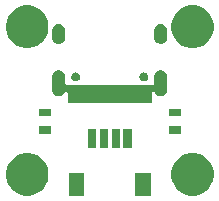
<source format=gts>
G04 #@! TF.GenerationSoftware,KiCad,Pcbnew,(5.0.2)-1*
G04 #@! TF.CreationDate,2019-03-19T21:51:34-07:00*
G04 #@! TF.ProjectId,Unified-Daughterboard,556e6966-6965-4642-9d44-617567687465,rev?*
G04 #@! TF.SameCoordinates,Original*
G04 #@! TF.FileFunction,Soldermask,Top*
G04 #@! TF.FilePolarity,Negative*
%FSLAX46Y46*%
G04 Gerber Fmt 4.6, Leading zero omitted, Abs format (unit mm)*
G04 Created by KiCad (PCBNEW (5.0.2)-1) date 3/19/2019 9:51:34 PM*
%MOMM*%
%LPD*%
G01*
G04 APERTURE LIST*
%ADD10C,0.100000*%
G04 APERTURE END LIST*
D10*
G36*
X36851000Y-46301000D02*
X35549000Y-46301000D01*
X35549000Y-44399000D01*
X36851000Y-44399000D01*
X36851000Y-46301000D01*
X36851000Y-46301000D01*
G37*
G36*
X32525331Y-42768211D02*
X32853092Y-42903974D01*
X33148073Y-43101074D01*
X33398926Y-43351927D01*
X33596026Y-43646908D01*
X33731789Y-43974669D01*
X33801000Y-44322616D01*
X33801000Y-44677384D01*
X33731789Y-45025331D01*
X33596026Y-45353092D01*
X33398926Y-45648073D01*
X33148073Y-45898926D01*
X32853092Y-46096026D01*
X32525331Y-46231789D01*
X32177384Y-46301000D01*
X31822616Y-46301000D01*
X31474669Y-46231789D01*
X31146908Y-46096026D01*
X30851927Y-45898926D01*
X30601074Y-45648073D01*
X30403974Y-45353092D01*
X30268211Y-45025331D01*
X30199000Y-44677384D01*
X30199000Y-44322616D01*
X30268211Y-43974669D01*
X30403974Y-43646908D01*
X30601074Y-43351927D01*
X30851927Y-43101074D01*
X31146908Y-42903974D01*
X31474669Y-42768211D01*
X31822616Y-42699000D01*
X32177384Y-42699000D01*
X32525331Y-42768211D01*
X32525331Y-42768211D01*
G37*
G36*
X46525331Y-42768211D02*
X46853092Y-42903974D01*
X47148073Y-43101074D01*
X47398926Y-43351927D01*
X47596026Y-43646908D01*
X47731789Y-43974669D01*
X47801000Y-44322616D01*
X47801000Y-44677384D01*
X47731789Y-45025331D01*
X47596026Y-45353092D01*
X47398926Y-45648073D01*
X47148073Y-45898926D01*
X46853092Y-46096026D01*
X46525331Y-46231789D01*
X46177384Y-46301000D01*
X45822616Y-46301000D01*
X45474669Y-46231789D01*
X45146908Y-46096026D01*
X44851927Y-45898926D01*
X44601074Y-45648073D01*
X44403974Y-45353092D01*
X44268211Y-45025331D01*
X44199000Y-44677384D01*
X44199000Y-44322616D01*
X44268211Y-43974669D01*
X44403974Y-43646908D01*
X44601074Y-43351927D01*
X44851927Y-43101074D01*
X45146908Y-42903974D01*
X45474669Y-42768211D01*
X45822616Y-42699000D01*
X46177384Y-42699000D01*
X46525331Y-42768211D01*
X46525331Y-42768211D01*
G37*
G36*
X42451000Y-46301000D02*
X41149000Y-46301000D01*
X41149000Y-44399000D01*
X42451000Y-44399000D01*
X42451000Y-46301000D01*
X42451000Y-46301000D01*
G37*
G36*
X40851000Y-42301000D02*
X40149000Y-42301000D01*
X40149000Y-40649000D01*
X40851000Y-40649000D01*
X40851000Y-42301000D01*
X40851000Y-42301000D01*
G37*
G36*
X37851000Y-42301000D02*
X37149000Y-42301000D01*
X37149000Y-40649000D01*
X37851000Y-40649000D01*
X37851000Y-42301000D01*
X37851000Y-42301000D01*
G37*
G36*
X38851000Y-42301000D02*
X38149000Y-42301000D01*
X38149000Y-40649000D01*
X38851000Y-40649000D01*
X38851000Y-42301000D01*
X38851000Y-42301000D01*
G37*
G36*
X39851000Y-42301000D02*
X39149000Y-42301000D01*
X39149000Y-40649000D01*
X39851000Y-40649000D01*
X39851000Y-42301000D01*
X39851000Y-42301000D01*
G37*
G36*
X45001000Y-41051000D02*
X43999000Y-41051000D01*
X43999000Y-40449000D01*
X45001000Y-40449000D01*
X45001000Y-41051000D01*
X45001000Y-41051000D01*
G37*
G36*
X34001000Y-41051000D02*
X32999000Y-41051000D01*
X32999000Y-40449000D01*
X34001000Y-40449000D01*
X34001000Y-41051000D01*
X34001000Y-41051000D01*
G37*
G36*
X45001000Y-39551000D02*
X43999000Y-39551000D01*
X43999000Y-38949000D01*
X45001000Y-38949000D01*
X45001000Y-39551000D01*
X45001000Y-39551000D01*
G37*
G36*
X34001000Y-39551000D02*
X32999000Y-39551000D01*
X32999000Y-38949000D01*
X34001000Y-38949000D01*
X34001000Y-39551000D01*
X34001000Y-39551000D01*
G37*
G36*
X43428015Y-35686973D02*
X43531879Y-35718479D01*
X43627600Y-35769644D01*
X43711501Y-35838499D01*
X43780356Y-35922400D01*
X43831521Y-36018121D01*
X43863027Y-36121985D01*
X43871000Y-36202933D01*
X43871000Y-37357067D01*
X43863027Y-37438015D01*
X43831521Y-37541879D01*
X43780356Y-37637600D01*
X43711501Y-37721501D01*
X43627600Y-37790356D01*
X43531878Y-37841521D01*
X43428014Y-37873027D01*
X43320000Y-37883666D01*
X43211985Y-37873027D01*
X43108121Y-37841521D01*
X43012400Y-37790356D01*
X42928499Y-37721501D01*
X42859644Y-37637600D01*
X42811234Y-37547031D01*
X42797626Y-37526666D01*
X42780299Y-37509339D01*
X42759924Y-37495726D01*
X42737285Y-37486348D01*
X42713252Y-37481568D01*
X42688747Y-37481568D01*
X42664714Y-37486349D01*
X42642075Y-37495726D01*
X42621700Y-37509340D01*
X42604373Y-37526667D01*
X42590760Y-37547042D01*
X42581382Y-37569681D01*
X42576000Y-37605966D01*
X42576000Y-38471000D01*
X35424000Y-38471000D01*
X35424000Y-37605966D01*
X35421598Y-37581581D01*
X35414485Y-37558132D01*
X35402934Y-37536521D01*
X35387388Y-37517579D01*
X35368446Y-37502033D01*
X35346835Y-37490482D01*
X35323386Y-37483369D01*
X35299000Y-37480967D01*
X35274614Y-37483369D01*
X35251165Y-37490482D01*
X35229554Y-37502033D01*
X35210612Y-37517579D01*
X35188765Y-37547036D01*
X35140356Y-37637600D01*
X35071501Y-37721501D01*
X34987600Y-37790356D01*
X34891878Y-37841521D01*
X34788014Y-37873027D01*
X34680000Y-37883666D01*
X34571985Y-37873027D01*
X34468121Y-37841521D01*
X34372400Y-37790356D01*
X34288499Y-37721501D01*
X34219644Y-37637600D01*
X34168479Y-37541878D01*
X34136973Y-37438014D01*
X34129000Y-37357066D01*
X34129001Y-36202933D01*
X34136974Y-36121985D01*
X34168480Y-36018121D01*
X34219645Y-35922400D01*
X34288500Y-35838499D01*
X34372401Y-35769644D01*
X34468122Y-35718479D01*
X34571986Y-35686973D01*
X34680000Y-35676334D01*
X34788015Y-35686973D01*
X34891879Y-35718479D01*
X34987600Y-35769644D01*
X35071501Y-35838499D01*
X35140356Y-35922400D01*
X35191521Y-36018121D01*
X35223027Y-36121985D01*
X35231000Y-36202933D01*
X35231000Y-36794000D01*
X35233402Y-36818386D01*
X35240515Y-36841835D01*
X35252066Y-36863446D01*
X35267612Y-36882388D01*
X35286554Y-36897934D01*
X35308165Y-36909485D01*
X35331614Y-36916598D01*
X35356000Y-36919000D01*
X42644000Y-36919000D01*
X42668386Y-36916598D01*
X42691835Y-36909485D01*
X42713446Y-36897934D01*
X42732388Y-36882388D01*
X42747934Y-36863446D01*
X42759485Y-36841835D01*
X42766598Y-36818386D01*
X42769000Y-36794000D01*
X42769001Y-36202939D01*
X42769001Y-36202933D01*
X42776974Y-36121985D01*
X42808480Y-36018121D01*
X42859645Y-35922400D01*
X42928500Y-35838499D01*
X43012401Y-35769644D01*
X43108122Y-35718479D01*
X43211986Y-35686973D01*
X43320000Y-35676334D01*
X43428015Y-35686973D01*
X43428015Y-35686973D01*
G37*
G36*
X41999672Y-35888449D02*
X41999674Y-35888450D01*
X41999675Y-35888450D01*
X42068103Y-35916793D01*
X42129409Y-35957757D01*
X42129689Y-35957944D01*
X42182056Y-36010311D01*
X42182058Y-36010314D01*
X42223207Y-36071897D01*
X42251550Y-36140325D01*
X42266000Y-36212967D01*
X42266000Y-36287033D01*
X42251550Y-36359675D01*
X42223207Y-36428103D01*
X42182243Y-36489409D01*
X42182056Y-36489689D01*
X42129689Y-36542056D01*
X42129686Y-36542058D01*
X42068103Y-36583207D01*
X41999675Y-36611550D01*
X41999674Y-36611550D01*
X41999672Y-36611551D01*
X41927034Y-36626000D01*
X41852966Y-36626000D01*
X41780328Y-36611551D01*
X41780326Y-36611550D01*
X41780325Y-36611550D01*
X41711897Y-36583207D01*
X41650314Y-36542058D01*
X41650311Y-36542056D01*
X41597944Y-36489689D01*
X41597757Y-36489409D01*
X41556793Y-36428103D01*
X41528450Y-36359675D01*
X41514000Y-36287033D01*
X41514000Y-36212967D01*
X41528450Y-36140325D01*
X41556793Y-36071897D01*
X41597942Y-36010314D01*
X41597944Y-36010311D01*
X41650311Y-35957944D01*
X41650591Y-35957757D01*
X41711897Y-35916793D01*
X41780325Y-35888450D01*
X41780326Y-35888450D01*
X41780328Y-35888449D01*
X41852966Y-35874000D01*
X41927034Y-35874000D01*
X41999672Y-35888449D01*
X41999672Y-35888449D01*
G37*
G36*
X36219672Y-35888449D02*
X36219674Y-35888450D01*
X36219675Y-35888450D01*
X36288103Y-35916793D01*
X36349409Y-35957757D01*
X36349689Y-35957944D01*
X36402056Y-36010311D01*
X36402058Y-36010314D01*
X36443207Y-36071897D01*
X36471550Y-36140325D01*
X36486000Y-36212967D01*
X36486000Y-36287033D01*
X36471550Y-36359675D01*
X36443207Y-36428103D01*
X36402243Y-36489409D01*
X36402056Y-36489689D01*
X36349689Y-36542056D01*
X36349686Y-36542058D01*
X36288103Y-36583207D01*
X36219675Y-36611550D01*
X36219674Y-36611550D01*
X36219672Y-36611551D01*
X36147034Y-36626000D01*
X36072966Y-36626000D01*
X36000328Y-36611551D01*
X36000326Y-36611550D01*
X36000325Y-36611550D01*
X35931897Y-36583207D01*
X35870314Y-36542058D01*
X35870311Y-36542056D01*
X35817944Y-36489689D01*
X35817757Y-36489409D01*
X35776793Y-36428103D01*
X35748450Y-36359675D01*
X35734000Y-36287033D01*
X35734000Y-36212967D01*
X35748450Y-36140325D01*
X35776793Y-36071897D01*
X35817942Y-36010314D01*
X35817944Y-36010311D01*
X35870311Y-35957944D01*
X35870591Y-35957757D01*
X35931897Y-35916793D01*
X36000325Y-35888450D01*
X36000326Y-35888450D01*
X36000328Y-35888449D01*
X36072966Y-35874000D01*
X36147034Y-35874000D01*
X36219672Y-35888449D01*
X36219672Y-35888449D01*
G37*
G36*
X46525331Y-30268211D02*
X46853092Y-30403974D01*
X47148073Y-30601074D01*
X47398926Y-30851927D01*
X47596026Y-31146908D01*
X47731789Y-31474669D01*
X47801000Y-31822616D01*
X47801000Y-32177384D01*
X47731789Y-32525331D01*
X47596026Y-32853092D01*
X47398926Y-33148073D01*
X47148073Y-33398926D01*
X46853092Y-33596026D01*
X46525331Y-33731789D01*
X46177384Y-33801000D01*
X45822616Y-33801000D01*
X45474669Y-33731789D01*
X45146908Y-33596026D01*
X44851927Y-33398926D01*
X44601074Y-33148073D01*
X44403974Y-32853092D01*
X44268211Y-32525331D01*
X44199000Y-32177384D01*
X44199000Y-31822616D01*
X44268211Y-31474669D01*
X44403974Y-31146908D01*
X44601074Y-30851927D01*
X44851927Y-30601074D01*
X45146908Y-30403974D01*
X45474669Y-30268211D01*
X45822616Y-30199000D01*
X46177384Y-30199000D01*
X46525331Y-30268211D01*
X46525331Y-30268211D01*
G37*
G36*
X32525331Y-30268211D02*
X32853092Y-30403974D01*
X33148073Y-30601074D01*
X33398926Y-30851927D01*
X33596026Y-31146908D01*
X33731789Y-31474669D01*
X33801000Y-31822616D01*
X33801000Y-32177384D01*
X33731789Y-32525331D01*
X33596026Y-32853092D01*
X33398926Y-33148073D01*
X33148073Y-33398926D01*
X32853092Y-33596026D01*
X32525331Y-33731789D01*
X32177384Y-33801000D01*
X31822616Y-33801000D01*
X31474669Y-33731789D01*
X31146908Y-33596026D01*
X30851927Y-33398926D01*
X30601074Y-33148073D01*
X30403974Y-32853092D01*
X30268211Y-32525331D01*
X30199000Y-32177384D01*
X30199000Y-31822616D01*
X30268211Y-31474669D01*
X30403974Y-31146908D01*
X30601074Y-30851927D01*
X30851927Y-30601074D01*
X31146908Y-30403974D01*
X31474669Y-30268211D01*
X31822616Y-30199000D01*
X32177384Y-30199000D01*
X32525331Y-30268211D01*
X32525331Y-30268211D01*
G37*
G36*
X43428015Y-31756973D02*
X43531879Y-31788479D01*
X43627600Y-31839644D01*
X43711501Y-31908499D01*
X43780356Y-31992400D01*
X43831521Y-32088121D01*
X43863027Y-32191985D01*
X43871000Y-32272933D01*
X43871000Y-32927067D01*
X43863027Y-33008015D01*
X43831521Y-33111879D01*
X43780356Y-33207600D01*
X43711501Y-33291501D01*
X43627600Y-33360356D01*
X43531878Y-33411521D01*
X43428014Y-33443027D01*
X43320000Y-33453666D01*
X43211985Y-33443027D01*
X43108121Y-33411521D01*
X43012400Y-33360356D01*
X42928499Y-33291501D01*
X42859644Y-33207600D01*
X42808479Y-33111878D01*
X42776973Y-33008014D01*
X42769000Y-32927066D01*
X42769000Y-32272933D01*
X42776973Y-32191985D01*
X42808480Y-32088121D01*
X42859645Y-31992400D01*
X42928500Y-31908499D01*
X43012401Y-31839644D01*
X43108122Y-31788479D01*
X43211986Y-31756973D01*
X43320000Y-31746334D01*
X43428015Y-31756973D01*
X43428015Y-31756973D01*
G37*
G36*
X34788015Y-31756973D02*
X34891879Y-31788479D01*
X34987600Y-31839644D01*
X35071501Y-31908499D01*
X35140356Y-31992400D01*
X35191521Y-32088121D01*
X35223027Y-32191985D01*
X35231000Y-32272933D01*
X35231000Y-32927067D01*
X35223027Y-33008015D01*
X35191521Y-33111879D01*
X35140356Y-33207600D01*
X35071501Y-33291501D01*
X34987600Y-33360356D01*
X34891878Y-33411521D01*
X34788014Y-33443027D01*
X34680000Y-33453666D01*
X34571985Y-33443027D01*
X34468121Y-33411521D01*
X34372400Y-33360356D01*
X34288499Y-33291501D01*
X34219644Y-33207600D01*
X34168479Y-33111878D01*
X34136973Y-33008014D01*
X34129000Y-32927066D01*
X34129000Y-32272933D01*
X34136973Y-32191985D01*
X34168480Y-32088121D01*
X34219645Y-31992400D01*
X34288500Y-31908499D01*
X34372401Y-31839644D01*
X34468122Y-31788479D01*
X34571986Y-31756973D01*
X34680000Y-31746334D01*
X34788015Y-31756973D01*
X34788015Y-31756973D01*
G37*
M02*

</source>
